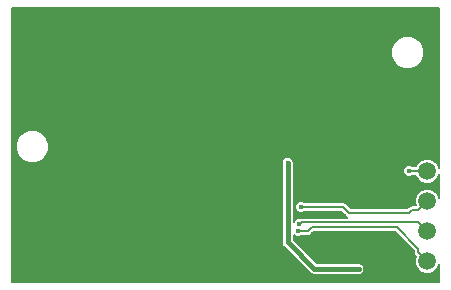
<source format=gbr>
G04 #@! TF.GenerationSoftware,KiCad,Pcbnew,5.0.1-33cea8e~68~ubuntu16.04.1*
G04 #@! TF.CreationDate,2019-02-13T12:33:41-05:00*
G04 #@! TF.ProjectId,RS485SPIConverter,5253343835535049436F6E7665727465,rev?*
G04 #@! TF.SameCoordinates,Original*
G04 #@! TF.FileFunction,Copper,L2,Bot,Signal*
G04 #@! TF.FilePolarity,Positive*
%FSLAX46Y46*%
G04 Gerber Fmt 4.6, Leading zero omitted, Abs format (unit mm)*
G04 Created by KiCad (PCBNEW 5.0.1-33cea8e~68~ubuntu16.04.1) date Wed 13 Feb 2019 12:33:41 PM EST*
%MOMM*%
%LPD*%
G01*
G04 APERTURE LIST*
G04 #@! TA.AperFunction,BGAPad,CuDef*
%ADD10C,1.500000*%
G04 #@! TD*
G04 #@! TA.AperFunction,ViaPad*
%ADD11C,0.400000*%
G04 #@! TD*
G04 #@! TA.AperFunction,Conductor*
%ADD12C,1.000000*%
G04 #@! TD*
G04 #@! TA.AperFunction,Conductor*
%ADD13C,0.400000*%
G04 #@! TD*
G04 #@! TA.AperFunction,Conductor*
%ADD14C,0.200000*%
G04 #@! TD*
G04 APERTURE END LIST*
D10*
G04 #@! TO.P,TP5,1*
G04 #@! TO.N,GND*
X35560000Y-11684000D03*
G04 #@! TD*
G04 #@! TO.P,TP1,1*
G04 #@! TO.N,RESET*
X35560000Y-16764000D03*
G04 #@! TD*
G04 #@! TO.P,TP2,1*
G04 #@! TO.N,SWCLK*
X35560000Y-19304000D03*
G04 #@! TD*
G04 #@! TO.P,TP3,1*
G04 #@! TO.N,SWDIO*
X35560000Y-21844000D03*
G04 #@! TD*
G04 #@! TO.P,TP4,1*
G04 #@! TO.N,+3V3*
X35560000Y-14224000D03*
G04 #@! TD*
D11*
G04 #@! TO.N,GND*
X29400000Y-16550000D03*
X26550000Y-16550000D03*
X29500000Y-13150000D03*
X29550000Y-11950000D03*
X27650000Y-13050000D03*
X27600000Y-11900000D03*
X23000000Y-9950000D03*
X23000000Y-9500000D03*
X23000000Y-9050000D03*
X23000000Y-8550000D03*
X7150000Y-10300000D03*
X13007600Y-15250000D03*
X13007600Y-13857600D03*
X13000000Y-14800000D03*
X13000000Y-14350000D03*
X7000000Y-9850000D03*
X7000000Y-9400000D03*
X7000000Y-8950000D03*
X7000000Y-6050000D03*
X7000000Y-5550000D03*
X7000000Y-5100000D03*
X7000000Y-4650000D03*
X7000000Y-4150000D03*
X7000000Y-3700000D03*
X7000000Y-3250000D03*
X18415503Y-17050000D03*
X18715503Y-17350000D03*
X19015503Y-17650000D03*
X19315503Y-17950000D03*
X22750000Y-14450000D03*
X25050000Y-13300000D03*
X25030000Y-11770000D03*
X28500000Y-12500000D03*
X32500000Y-13300000D03*
X33350000Y-16000000D03*
X28000000Y-18000000D03*
X13007600Y-20047960D03*
X13007600Y-19568160D03*
X13007600Y-19085560D03*
X13007600Y-18658840D03*
X26522302Y-19547880D03*
X29470420Y-19600810D03*
G04 #@! TO.N,+3V3*
X29750000Y-22500000D03*
X29250000Y-22500000D03*
X28750000Y-22500000D03*
X23750000Y-13499992D03*
X23750000Y-14000000D03*
X23750000Y-14500000D03*
X34036000Y-14198600D03*
G04 #@! TO.N,RESET*
X24892000Y-17272000D03*
G04 #@! TO.N,SWCLK*
X24714200Y-18694400D03*
G04 #@! TO.N,SWDIO*
X24638000Y-19304000D03*
G04 #@! TD*
D12*
G04 #@! TO.N,GND*
X8950000Y-12100000D02*
X7150000Y-10300000D01*
X11250000Y-12100000D02*
X8950000Y-12100000D01*
X13007600Y-13857600D02*
X13007600Y-13857600D01*
X13007600Y-13857600D02*
X11250000Y-12100000D01*
D13*
G04 #@! TO.N,+3V3*
X23750000Y-13500000D02*
X23750000Y-14000000D01*
X29250000Y-22500000D02*
X29750000Y-22500000D01*
X28750000Y-22500000D02*
X29250000Y-22500000D01*
X23750000Y-20250000D02*
X26000000Y-22500000D01*
X26000000Y-22500000D02*
X28750000Y-22500000D01*
X23750000Y-14000000D02*
X23750000Y-20250000D01*
D14*
X34061400Y-14224000D02*
X34036000Y-14198600D01*
X35560000Y-14224000D02*
X34061400Y-14224000D01*
G04 #@! TO.N,RESET*
X34810001Y-17513999D02*
X34302001Y-17513999D01*
X35560000Y-16764000D02*
X34810001Y-17513999D01*
X34302001Y-17513999D02*
X34036000Y-17780000D01*
X34036000Y-17780000D02*
X28956000Y-17780000D01*
X28448000Y-17272000D02*
X24892000Y-17272000D01*
X28956000Y-17780000D02*
X28448000Y-17272000D01*
G04 #@! TO.N,SWCLK*
X24834811Y-18573789D02*
X24714200Y-18694400D01*
X24854599Y-18554001D02*
X24834811Y-18573789D01*
X35560000Y-19304000D02*
X34810001Y-18554001D01*
X34810001Y-18554001D02*
X24854599Y-18554001D01*
G04 #@! TO.N,SWDIO*
X34810001Y-21094001D02*
X34810001Y-20814601D01*
X35560000Y-21844000D02*
X34810001Y-21094001D01*
X34810001Y-20814601D02*
X32969200Y-18973800D01*
X32969200Y-18973800D02*
X25781000Y-18973800D01*
X25450800Y-19304000D02*
X24638000Y-19304000D01*
X25781000Y-18973800D02*
X25450800Y-19304000D01*
G04 #@! TD*
G04 #@! TO.N,GND*
G36*
X36600001Y-13991001D02*
X36450147Y-13629223D01*
X36154777Y-13333853D01*
X35768858Y-13174000D01*
X35351142Y-13174000D01*
X34965223Y-13333853D01*
X34669853Y-13629223D01*
X34589174Y-13824000D01*
X34368507Y-13824000D01*
X34319227Y-13774720D01*
X34135456Y-13698600D01*
X33936544Y-13698600D01*
X33752773Y-13774720D01*
X33612120Y-13915373D01*
X33536000Y-14099144D01*
X33536000Y-14298056D01*
X33612120Y-14481827D01*
X33752773Y-14622480D01*
X33936544Y-14698600D01*
X34135456Y-14698600D01*
X34315557Y-14624000D01*
X34589174Y-14624000D01*
X34669853Y-14818777D01*
X34965223Y-15114147D01*
X35351142Y-15274000D01*
X35768858Y-15274000D01*
X36154777Y-15114147D01*
X36450147Y-14818777D01*
X36600001Y-14456999D01*
X36600001Y-16531002D01*
X36450147Y-16169223D01*
X36154777Y-15873853D01*
X35768858Y-15714000D01*
X35351142Y-15714000D01*
X34965223Y-15873853D01*
X34669853Y-16169223D01*
X34510000Y-16555142D01*
X34510000Y-16972858D01*
X34568463Y-17113999D01*
X34341393Y-17113999D01*
X34302000Y-17106163D01*
X34262607Y-17113999D01*
X34145929Y-17137208D01*
X34013617Y-17225615D01*
X33991302Y-17259013D01*
X33870315Y-17380000D01*
X29121685Y-17380000D01*
X28758702Y-17017018D01*
X28736384Y-16983616D01*
X28604072Y-16895209D01*
X28487394Y-16872000D01*
X28448000Y-16864164D01*
X28408606Y-16872000D01*
X25199107Y-16872000D01*
X25175227Y-16848120D01*
X24991456Y-16772000D01*
X24792544Y-16772000D01*
X24608773Y-16848120D01*
X24468120Y-16988773D01*
X24392000Y-17172544D01*
X24392000Y-17371456D01*
X24468120Y-17555227D01*
X24608773Y-17695880D01*
X24792544Y-17772000D01*
X24991456Y-17772000D01*
X25175227Y-17695880D01*
X25199107Y-17672000D01*
X28282315Y-17672000D01*
X28645301Y-18034987D01*
X28667616Y-18068384D01*
X28795752Y-18154001D01*
X24893991Y-18154001D01*
X24854598Y-18146165D01*
X24815206Y-18154001D01*
X24815205Y-18154001D01*
X24698527Y-18177210D01*
X24672800Y-18194400D01*
X24614744Y-18194400D01*
X24430973Y-18270520D01*
X24290320Y-18411173D01*
X24250000Y-18508515D01*
X24250000Y-13400536D01*
X24230781Y-13354137D01*
X24220989Y-13304910D01*
X24193105Y-13263178D01*
X24173880Y-13216765D01*
X24138358Y-13181243D01*
X24110480Y-13139520D01*
X24068757Y-13111642D01*
X24033227Y-13076112D01*
X23986802Y-13056882D01*
X23945089Y-13029011D01*
X23895886Y-13019224D01*
X23849456Y-12999992D01*
X23799202Y-12999992D01*
X23750000Y-12990205D01*
X23700798Y-12999992D01*
X23650544Y-12999992D01*
X23604115Y-13019224D01*
X23554910Y-13029011D01*
X23513196Y-13056883D01*
X23466773Y-13076112D01*
X23431243Y-13111642D01*
X23389520Y-13139520D01*
X23361642Y-13181243D01*
X23326120Y-13216765D01*
X23306894Y-13263180D01*
X23279011Y-13304911D01*
X23269220Y-13354136D01*
X23250000Y-13400536D01*
X23250000Y-13450758D01*
X23250001Y-13900542D01*
X23250000Y-13900544D01*
X23250000Y-13950758D01*
X23250001Y-20200754D01*
X23240205Y-20250000D01*
X23277564Y-20437810D01*
X23279012Y-20445090D01*
X23389521Y-20610480D01*
X23431269Y-20638375D01*
X25611623Y-22818729D01*
X25639520Y-22860480D01*
X25804910Y-22970989D01*
X26000000Y-23009796D01*
X26049246Y-23000000D01*
X29849456Y-23000000D01*
X29895848Y-22980784D01*
X29945090Y-22970989D01*
X29986835Y-22943096D01*
X30033227Y-22923880D01*
X30068732Y-22888375D01*
X30110480Y-22860480D01*
X30138375Y-22818732D01*
X30173880Y-22783227D01*
X30193096Y-22736835D01*
X30220989Y-22695090D01*
X30230784Y-22645848D01*
X30250000Y-22599456D01*
X30250000Y-22549243D01*
X30259795Y-22500000D01*
X30250000Y-22450757D01*
X30250000Y-22400544D01*
X30230784Y-22354152D01*
X30220989Y-22304910D01*
X30193096Y-22263165D01*
X30173880Y-22216773D01*
X30138374Y-22181267D01*
X30110480Y-22139520D01*
X30068732Y-22111625D01*
X30033227Y-22076120D01*
X29986835Y-22056904D01*
X29945090Y-22029011D01*
X29895848Y-22019216D01*
X29849456Y-22000000D01*
X26207106Y-22000000D01*
X24250000Y-20042894D01*
X24250000Y-19623107D01*
X24354773Y-19727880D01*
X24538544Y-19804000D01*
X24737456Y-19804000D01*
X24921227Y-19727880D01*
X24945107Y-19704000D01*
X25411406Y-19704000D01*
X25450800Y-19711836D01*
X25490194Y-19704000D01*
X25606872Y-19680791D01*
X25739184Y-19592384D01*
X25761502Y-19558982D01*
X25946685Y-19373800D01*
X32803516Y-19373800D01*
X34410001Y-20980286D01*
X34410001Y-21054607D01*
X34402165Y-21094001D01*
X34410001Y-21133394D01*
X34433210Y-21250072D01*
X34521617Y-21382385D01*
X34555020Y-21404704D01*
X34590680Y-21440364D01*
X34510000Y-21635142D01*
X34510000Y-22052858D01*
X34669853Y-22438777D01*
X34965223Y-22734147D01*
X35351142Y-22894000D01*
X35768858Y-22894000D01*
X36154777Y-22734147D01*
X36450147Y-22438777D01*
X36600001Y-22076998D01*
X36600001Y-23600000D01*
X400000Y-23600000D01*
X400000Y-11888123D01*
X733600Y-11888123D01*
X733600Y-12445077D01*
X946737Y-12959637D01*
X1340563Y-13353463D01*
X1855123Y-13566600D01*
X2412077Y-13566600D01*
X2926637Y-13353463D01*
X3320463Y-12959637D01*
X3533600Y-12445077D01*
X3533600Y-11888123D01*
X3320463Y-11373563D01*
X2926637Y-10979737D01*
X2412077Y-10766600D01*
X1855123Y-10766600D01*
X1340563Y-10979737D01*
X946737Y-11373563D01*
X733600Y-11888123D01*
X400000Y-11888123D01*
X400000Y-3912523D01*
X32509000Y-3912523D01*
X32509000Y-4469477D01*
X32722137Y-4984037D01*
X33115963Y-5377863D01*
X33630523Y-5591000D01*
X34187477Y-5591000D01*
X34702037Y-5377863D01*
X35095863Y-4984037D01*
X35309000Y-4469477D01*
X35309000Y-3912523D01*
X35095863Y-3397963D01*
X34702037Y-3004137D01*
X34187477Y-2791000D01*
X33630523Y-2791000D01*
X33115963Y-3004137D01*
X32722137Y-3397963D01*
X32509000Y-3912523D01*
X400000Y-3912523D01*
X400000Y-400000D01*
X36600000Y-400000D01*
X36600001Y-13991001D01*
X36600001Y-13991001D01*
G37*
X36600001Y-13991001D02*
X36450147Y-13629223D01*
X36154777Y-13333853D01*
X35768858Y-13174000D01*
X35351142Y-13174000D01*
X34965223Y-13333853D01*
X34669853Y-13629223D01*
X34589174Y-13824000D01*
X34368507Y-13824000D01*
X34319227Y-13774720D01*
X34135456Y-13698600D01*
X33936544Y-13698600D01*
X33752773Y-13774720D01*
X33612120Y-13915373D01*
X33536000Y-14099144D01*
X33536000Y-14298056D01*
X33612120Y-14481827D01*
X33752773Y-14622480D01*
X33936544Y-14698600D01*
X34135456Y-14698600D01*
X34315557Y-14624000D01*
X34589174Y-14624000D01*
X34669853Y-14818777D01*
X34965223Y-15114147D01*
X35351142Y-15274000D01*
X35768858Y-15274000D01*
X36154777Y-15114147D01*
X36450147Y-14818777D01*
X36600001Y-14456999D01*
X36600001Y-16531002D01*
X36450147Y-16169223D01*
X36154777Y-15873853D01*
X35768858Y-15714000D01*
X35351142Y-15714000D01*
X34965223Y-15873853D01*
X34669853Y-16169223D01*
X34510000Y-16555142D01*
X34510000Y-16972858D01*
X34568463Y-17113999D01*
X34341393Y-17113999D01*
X34302000Y-17106163D01*
X34262607Y-17113999D01*
X34145929Y-17137208D01*
X34013617Y-17225615D01*
X33991302Y-17259013D01*
X33870315Y-17380000D01*
X29121685Y-17380000D01*
X28758702Y-17017018D01*
X28736384Y-16983616D01*
X28604072Y-16895209D01*
X28487394Y-16872000D01*
X28448000Y-16864164D01*
X28408606Y-16872000D01*
X25199107Y-16872000D01*
X25175227Y-16848120D01*
X24991456Y-16772000D01*
X24792544Y-16772000D01*
X24608773Y-16848120D01*
X24468120Y-16988773D01*
X24392000Y-17172544D01*
X24392000Y-17371456D01*
X24468120Y-17555227D01*
X24608773Y-17695880D01*
X24792544Y-17772000D01*
X24991456Y-17772000D01*
X25175227Y-17695880D01*
X25199107Y-17672000D01*
X28282315Y-17672000D01*
X28645301Y-18034987D01*
X28667616Y-18068384D01*
X28795752Y-18154001D01*
X24893991Y-18154001D01*
X24854598Y-18146165D01*
X24815206Y-18154001D01*
X24815205Y-18154001D01*
X24698527Y-18177210D01*
X24672800Y-18194400D01*
X24614744Y-18194400D01*
X24430973Y-18270520D01*
X24290320Y-18411173D01*
X24250000Y-18508515D01*
X24250000Y-13400536D01*
X24230781Y-13354137D01*
X24220989Y-13304910D01*
X24193105Y-13263178D01*
X24173880Y-13216765D01*
X24138358Y-13181243D01*
X24110480Y-13139520D01*
X24068757Y-13111642D01*
X24033227Y-13076112D01*
X23986802Y-13056882D01*
X23945089Y-13029011D01*
X23895886Y-13019224D01*
X23849456Y-12999992D01*
X23799202Y-12999992D01*
X23750000Y-12990205D01*
X23700798Y-12999992D01*
X23650544Y-12999992D01*
X23604115Y-13019224D01*
X23554910Y-13029011D01*
X23513196Y-13056883D01*
X23466773Y-13076112D01*
X23431243Y-13111642D01*
X23389520Y-13139520D01*
X23361642Y-13181243D01*
X23326120Y-13216765D01*
X23306894Y-13263180D01*
X23279011Y-13304911D01*
X23269220Y-13354136D01*
X23250000Y-13400536D01*
X23250000Y-13450758D01*
X23250001Y-13900542D01*
X23250000Y-13900544D01*
X23250000Y-13950758D01*
X23250001Y-20200754D01*
X23240205Y-20250000D01*
X23277564Y-20437810D01*
X23279012Y-20445090D01*
X23389521Y-20610480D01*
X23431269Y-20638375D01*
X25611623Y-22818729D01*
X25639520Y-22860480D01*
X25804910Y-22970989D01*
X26000000Y-23009796D01*
X26049246Y-23000000D01*
X29849456Y-23000000D01*
X29895848Y-22980784D01*
X29945090Y-22970989D01*
X29986835Y-22943096D01*
X30033227Y-22923880D01*
X30068732Y-22888375D01*
X30110480Y-22860480D01*
X30138375Y-22818732D01*
X30173880Y-22783227D01*
X30193096Y-22736835D01*
X30220989Y-22695090D01*
X30230784Y-22645848D01*
X30250000Y-22599456D01*
X30250000Y-22549243D01*
X30259795Y-22500000D01*
X30250000Y-22450757D01*
X30250000Y-22400544D01*
X30230784Y-22354152D01*
X30220989Y-22304910D01*
X30193096Y-22263165D01*
X30173880Y-22216773D01*
X30138374Y-22181267D01*
X30110480Y-22139520D01*
X30068732Y-22111625D01*
X30033227Y-22076120D01*
X29986835Y-22056904D01*
X29945090Y-22029011D01*
X29895848Y-22019216D01*
X29849456Y-22000000D01*
X26207106Y-22000000D01*
X24250000Y-20042894D01*
X24250000Y-19623107D01*
X24354773Y-19727880D01*
X24538544Y-19804000D01*
X24737456Y-19804000D01*
X24921227Y-19727880D01*
X24945107Y-19704000D01*
X25411406Y-19704000D01*
X25450800Y-19711836D01*
X25490194Y-19704000D01*
X25606872Y-19680791D01*
X25739184Y-19592384D01*
X25761502Y-19558982D01*
X25946685Y-19373800D01*
X32803516Y-19373800D01*
X34410001Y-20980286D01*
X34410001Y-21054607D01*
X34402165Y-21094001D01*
X34410001Y-21133394D01*
X34433210Y-21250072D01*
X34521617Y-21382385D01*
X34555020Y-21404704D01*
X34590680Y-21440364D01*
X34510000Y-21635142D01*
X34510000Y-22052858D01*
X34669853Y-22438777D01*
X34965223Y-22734147D01*
X35351142Y-22894000D01*
X35768858Y-22894000D01*
X36154777Y-22734147D01*
X36450147Y-22438777D01*
X36600001Y-22076998D01*
X36600001Y-23600000D01*
X400000Y-23600000D01*
X400000Y-11888123D01*
X733600Y-11888123D01*
X733600Y-12445077D01*
X946737Y-12959637D01*
X1340563Y-13353463D01*
X1855123Y-13566600D01*
X2412077Y-13566600D01*
X2926637Y-13353463D01*
X3320463Y-12959637D01*
X3533600Y-12445077D01*
X3533600Y-11888123D01*
X3320463Y-11373563D01*
X2926637Y-10979737D01*
X2412077Y-10766600D01*
X1855123Y-10766600D01*
X1340563Y-10979737D01*
X946737Y-11373563D01*
X733600Y-11888123D01*
X400000Y-11888123D01*
X400000Y-3912523D01*
X32509000Y-3912523D01*
X32509000Y-4469477D01*
X32722137Y-4984037D01*
X33115963Y-5377863D01*
X33630523Y-5591000D01*
X34187477Y-5591000D01*
X34702037Y-5377863D01*
X35095863Y-4984037D01*
X35309000Y-4469477D01*
X35309000Y-3912523D01*
X35095863Y-3397963D01*
X34702037Y-3004137D01*
X34187477Y-2791000D01*
X33630523Y-2791000D01*
X33115963Y-3004137D01*
X32722137Y-3397963D01*
X32509000Y-3912523D01*
X400000Y-3912523D01*
X400000Y-400000D01*
X36600000Y-400000D01*
X36600001Y-13991001D01*
G04 #@! TD*
M02*

</source>
